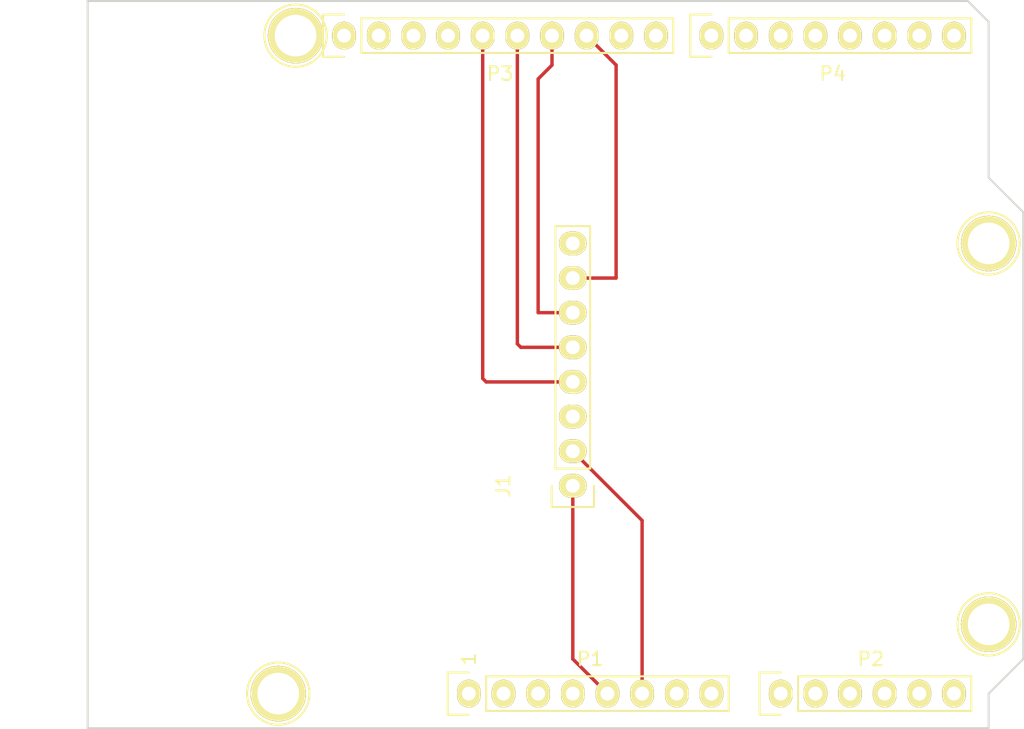
<source format=kicad_pcb>
(kicad_pcb (version 20211014) (generator pcbnew)
  (title_block (date "lun. 30 mars 2015"))
  (layers (0 "F.Cu" signal) (31 "B.Cu" signal) (34 "B.Paste" user) (35 "F.Paste" user) (36 "B.SilkS" user "B.Silkscreen") (37 "F.SilkS" user "F.Silkscreen") (38 "B.Mask" user) (39 "F.Mask" user) (44 "Edge.Cuts" user))
  (net 0 "")
  (net 1 "/IOREF")
  (net 2 "/Reset")
  (net 3 "+5V")
  (net 4 "GND")
  (net 5 "/Vin")
  (net 6 "/A0")
  (net 7 "/A1")
  (net 8 "/A2")
  (net 9 "/A3")
  (net 10 "/AREF")
  (net 11 "/A4(SDA)")
  (net 12 "/A5(SCL)")
  (net 13 "/9(**)")
  (net 14 "/8")
  (net 15 "/7")
  (net 16 "/6(**)")
  (net 17 "/5(**)")
  (net 18 "/4")
  (net 19 "/3(**)")
  (net 20 "/2")
  (net 21 "/1(Tx)")
  (net 22 "/0(Rx)")
  (net 24 "/11(**{slash}MOSI)")
  (net 25 "/10(**{slash}SS)")
  (net 27 "/13(SCK)")
  (net 30 "+3V3")
  (net 31 "/12(MISO)")
  (footprint "Socket_Arduino_Uno:Socket_Strip_Arduino_1x08" (layer "F.Cu") (at 138.938 123.825)
    (fp_text reference "P1" (at 8.89 -2.54) (layer "F.SilkS"))
    (fp_text value "Power")
    (fp_line (start 19.05 1.27) (end 19.05 -1.27) (layer "F.SilkS") (width 0.15))
    (fp_line (start 1.27 1.27) (end 19.05 1.27) (layer "F.SilkS") (width 0.15))
    (fp_line (start 19.05 -1.27) (end 1.27 -1.27) (layer "F.SilkS") (width 0.15))
    (fp_line (start 0 -1.55) (end -1.55 -1.55) (layer "F.SilkS") (width 0.15))
    (fp_line (start -1.55 -1.55) (end -1.55 1.55) (layer "F.SilkS") (width 0.15))
    (fp_line (start -1.55 1.55) (end 0 1.55) (layer "F.SilkS") (width 0.15))
    (fp_line (start 1.27 1.27) (end 1.27 -1.27) (layer "F.SilkS") (width 0.15))
    (pad "1" thru_hole oval locked (at 0 0) (size 1.7272 2.032) (drill 1.016) (layers *.Cu *.Mask "F.SilkS"))
    (pad "2" thru_hole oval locked (at 2.54 0) (size 1.7272 2.032) (drill 1.016) (layers *.Cu *.Mask "F.SilkS") (net 1 "/IOREF"))
    (pad "3" thru_hole oval locked (at 5.08 0) (size 1.7272 2.032) (drill 1.016) (layers *.Cu *.Mask "F.SilkS") (net 2 "/Reset"))
    (pad "4" thru_hole oval locked (at 7.62 0) (size 1.7272 2.032) (drill 1.016) (layers *.Cu *.Mask "F.SilkS") (net 30 "+3V3"))
    (pad "5" thru_hole oval locked (at 10.16 0) (size 1.7272 2.032) (drill 1.016) (layers *.Cu *.Mask "F.SilkS") (net 3 "+5V"))
    (pad "6" thru_hole oval locked (at 12.7 0) (size 1.7272 2.032) (drill 1.016) (layers *.Cu *.Mask "F.SilkS") (net 4 "GND"))
    (pad "7" thru_hole oval locked (at 15.24 0) (size 1.7272 2.032) (drill 1.016) (layers *.Cu *.Mask "F.SilkS") (net 4 "GND"))
    (pad "8" thru_hole oval locked (at 17.78 0) (size 1.7272 2.032) (drill 1.016) (layers *.Cu *.Mask "F.SilkS") (net 5 "/Vin"))
  )
  (footprint "Socket_Arduino_Uno:Socket_Strip_Arduino_1x06" (layer "F.Cu") (at 161.798 123.825)
    (fp_text reference "P2" (at 6.604 -2.54) (layer "F.SilkS"))
    (fp_text value "Analog")
    (fp_line (start 1.27 1.27) (end 1.27 -1.27) (layer "F.SilkS") (width 0.15))
    (fp_line (start 0 -1.55) (end -1.55 -1.55) (layer "F.SilkS") (width 0.15))
    (fp_line (start 13.97 -1.27) (end 1.27 -1.27) (layer "F.SilkS") (width 0.15))
    (fp_line (start 1.27 1.27) (end 13.97 1.27) (layer "F.SilkS") (width 0.15))
    (fp_line (start 13.97 1.27) (end 13.97 -1.27) (layer "F.SilkS") (width 0.15))
    (fp_line (start -1.55 -1.55) (end -1.55 1.55) (layer "F.SilkS") (width 0.15))
    (fp_line (start -1.55 1.55) (end 0 1.55) (layer "F.SilkS") (width 0.15))
    (pad "1" thru_hole oval locked (at 0 0) (size 1.7272 2.032) (drill 1.016) (layers *.Cu *.Mask "F.SilkS") (net 6 "/A0"))
    (pad "2" thru_hole oval locked (at 2.54 0) (size 1.7272 2.032) (drill 1.016) (layers *.Cu *.Mask "F.SilkS") (net 7 "/A1"))
    (pad "3" thru_hole oval locked (at 5.08 0) (size 1.7272 2.032) (drill 1.016) (layers *.Cu *.Mask "F.SilkS") (net 8 "/A2"))
    (pad "4" thru_hole oval locked (at 7.62 0) (size 1.7272 2.032) (drill 1.016) (layers *.Cu *.Mask "F.SilkS") (net 9 "/A3"))
    (pad "5" thru_hole oval locked (at 10.16 0) (size 1.7272 2.032) (drill 1.016) (layers *.Cu *.Mask "F.SilkS") (net 11 "/A4(SDA)"))
    (pad "6" thru_hole oval locked (at 12.7 0) (size 1.7272 2.032) (drill 1.016) (layers *.Cu *.Mask "F.SilkS") (net 12 "/A5(SCL)"))
  )
  (footprint "Socket_Arduino_Uno:Socket_Strip_Arduino_1x10" (layer "F.Cu") (at 129.794 75.565)
    (fp_text reference "P3" (at 11.43 2.794) (layer "F.SilkS"))
    (fp_text value "Digital")
    (fp_line (start -1.55 -1.55) (end -1.55 1.55) (layer "F.SilkS") (width 0.15))
    (fp_line (start 1.27 1.27) (end 24.13 1.27) (layer "F.SilkS") (width 0.15))
    (fp_line (start 24.13 1.27) (end 24.13 -1.27) (layer "F.SilkS") (width 0.15))
    (fp_line (start 24.13 -1.27) (end 1.27 -1.27) (layer "F.SilkS") (width 0.15))
    (fp_line (start 0 -1.55) (end -1.55 -1.55) (layer "F.SilkS") (width 0.15))
    (fp_line (start -1.55 1.55) (end 0 1.55) (layer "F.SilkS") (width 0.15))
    (fp_line (start 1.27 1.27) (end 1.27 -1.27) (layer "F.SilkS") (width 0.15))
    (pad "1" thru_hole oval locked (at 0 0) (size 1.7272 2.032) (drill 1.016) (layers *.Cu *.Mask "F.SilkS") (net 12 "/A5(SCL)"))
    (pad "2" thru_hole oval locked (at 2.54 0) (size 1.7272 2.032) (drill 1.016) (layers *.Cu *.Mask "F.SilkS") (net 11 "/A4(SDA)"))
    (pad "3" thru_hole oval locked (at 5.08 0) (size 1.7272 2.032) (drill 1.016) (layers *.Cu *.Mask "F.SilkS") (net 10 "/AREF"))
    (pad "4" thru_hole oval locked (at 7.62 0) (size 1.7272 2.032) (drill 1.016) (layers *.Cu *.Mask "F.SilkS") (net 4 "GND"))
    (pad "5" thru_hole oval locked (at 10.16 0) (size 1.7272 2.032) (drill 1.016) (layers *.Cu *.Mask "F.SilkS") (net 27 "/13(SCK)"))
    (pad "6" thru_hole oval locked (at 12.7 0) (size 1.7272 2.032) (drill 1.016) (layers *.Cu *.Mask "F.SilkS") (net 31 "/12(MISO)"))
    (pad "7" thru_hole oval locked (at 15.24 0) (size 1.7272 2.032) (drill 1.016) (layers *.Cu *.Mask "F.SilkS") (net 24 "/11(**{slash}MOSI)"))
    (pad "8" thru_hole oval locked (at 17.78 0) (size 1.7272 2.032) (drill 1.016) (layers *.Cu *.Mask "F.SilkS") (net 25 "/10(**{slash}SS)"))
    (pad "9" thru_hole oval locked (at 20.32 0) (size 1.7272 2.032) (drill 1.016) (layers *.Cu *.Mask "F.SilkS") (net 13 "/9(**)"))
    (pad "10" thru_hole oval locked (at 22.86 0) (size 1.7272 2.032) (drill 1.016) (layers *.Cu *.Mask "F.SilkS") (net 14 "/8"))
  )
  (footprint "Socket_Arduino_Uno:Socket_Strip_Arduino_1x08" (layer "F.Cu") (at 156.718 75.565)
    (fp_text reference "P4" (at 8.89 2.794) (layer "F.SilkS"))
    (fp_text value "Digital")
    (fp_line (start 19.05 -1.27) (end 1.27 -1.27) (layer "F.SilkS") (width 0.15))
    (fp_line (start -1.55 1.55) (end 0 1.55) (layer "F.SilkS") (width 0.15))
    (fp_line (start 1.27 1.27) (end 19.05 1.27) (layer "F.SilkS") (width 0.15))
    (fp_line (start 1.27 1.27) (end 1.27 -1.27) (layer "F.SilkS") (width 0.15))
    (fp_line (start 0 -1.55) (end -1.55 -1.55) (layer "F.SilkS") (width 0.15))
    (fp_line (start 19.05 1.27) (end 19.05 -1.27) (layer "F.SilkS") (width 0.15))
    (fp_line (start -1.55 -1.55) (end -1.55 1.55) (layer "F.SilkS") (width 0.15))
    (pad "1" thru_hole oval locked (at 0 0) (size 1.7272 2.032) (drill 1.016) (layers *.Cu *.Mask "F.SilkS") (net 15 "/7"))
    (pad "2" thru_hole oval locked (at 2.54 0) (size 1.7272 2.032) (drill 1.016) (layers *.Cu *.Mask "F.SilkS") (net 16 "/6(**)"))
    (pad "3" thru_hole oval locked (at 5.08 0) (size 1.7272 2.032) (drill 1.016) (layers *.Cu *.Mask "F.SilkS") (net 17 "/5(**)"))
    (pad "4" thru_hole oval locked (at 7.62 0) (size 1.7272 2.032) (drill 1.016) (layers *.Cu *.Mask "F.SilkS") (net 18 "/4"))
    (pad "5" thru_hole oval locked (at 10.16 0) (size 1.7272 2.032) (drill 1.016) (layers *.Cu *.Mask "F.SilkS") (net 19 "/3(**)"))
    (pad "6" thru_hole oval locked (at 12.7 0) (size 1.7272 2.032) (drill 1.016) (layers *.Cu *.Mask "F.SilkS") (net 20 "/2"))
    (pad "7" thru_hole oval locked (at 15.24 0) (size 1.7272 2.032) (drill 1.016) (layers *.Cu *.Mask "F.SilkS") (net 21 "/1(Tx)"))
    (pad "8" thru_hole oval locked (at 17.78 0) (size 1.7272 2.032) (drill 1.016) (layers *.Cu *.Mask "F.SilkS") (net 22 "/0(Rx)"))
  )
  (footprint "Socket_Arduino_Uno:Arduino_1pin" (layer "F.Cu") (at 124.968 123.825)
    (fp_text reference "P5" hide)
    (fp_text value "CONN_01X01" hide)
    (fp_circle (center 0 0) (end 0 -2.286) (layer "F.SilkS") (width 0.15) (fill none))
    (pad "1" thru_hole circle locked (at 0 0) (size 4.064 4.064) (drill 3.048) (layers *.Cu *.Mask "F.SilkS"))
  )
  (footprint "Socket_Arduino_Uno:Arduino_1pin" (layer "F.Cu") (at 177.038 118.745)
    (fp_text reference "P6" hide)
    (fp_text value "CONN_01X01" hide)
    (fp_circle (center 0 0) (end 0 -2.286) (layer "F.SilkS") (width 0.15) (fill none))
    (pad "1" thru_hole circle locked (at 0 0) (size 4.064 4.064) (drill 3.048) (layers *.Cu *.Mask "F.SilkS"))
  )
  (footprint "Socket_Arduino_Uno:Arduino_1pin" (layer "F.Cu") (at 126.238 75.565)
    (fp_text reference "P7" hide)
    (fp_text value "CONN_01X01" hide)
    (fp_circle (center 0 0) (end 0 -2.286) (layer "F.SilkS") (width 0.15) (fill none))
    (pad "1" thru_hole circle locked (at 0 0) (size 4.064 4.064) (drill 3.048) (layers *.Cu *.Mask "F.SilkS"))
  )
  (footprint "Socket_Arduino_Uno:Arduino_1pin" (layer "F.Cu") (at 177.038 90.805)
    (fp_text reference "P8" hide)
    (fp_text value "CONN_01X01" hide)
    (fp_circle (center 0 0) (end 0 -2.286) (layer "F.SilkS") (width 0.15) (fill none))
    (pad "1" thru_hole circle locked (at 0 0) (size 4.064 4.064) (drill 3.048) (layers *.Cu *.Mask "F.SilkS"))
  )
  (footprint "Socket_Arduino_Uno:Socket_Strip_Arduino_1x08" (layer "F.Cu") (at 146.558 108.585 90)
    (fp_text reference "J1" (at 0 -5.1 90) (layer "F.SilkS"))
    (fp_text value "RTD Breakout Attach")
    (fp_line (start 19.05 -1.27) (end 1.27 -1.27) (layer "F.SilkS") (width 0.15))
    (fp_line (start 0 -1.55) (end -1.55 -1.55) (layer "F.SilkS") (width 0.15))
    (fp_line (start -1.55 1.55) (end 0 1.55) (layer "F.SilkS") (width 0.15))
    (fp_line (start 19.05 1.27) (end 19.05 -1.27) (layer "F.SilkS") (width 0.15))
    (fp_line (start 1.27 1.27) (end 19.05 1.27) (layer "F.SilkS") (width 0.15))
    (fp_line (start 1.27 1.27) (end 1.27 -1.27) (layer "F.SilkS") (width 0.15))
    (fp_line (start -1.55 -1.55) (end -1.55 1.55) (layer "F.SilkS") (width 0.15))
    (pad "1" thru_hole oval locked (at 0 0 90) (size 1.7272 2.032) (drill 1.016) (layers *.Cu *.Mask "F.SilkS") (net 3 "+5V"))
    (pad "2" thru_hole oval locked (at 2.54 0 90) (size 1.7272 2.032) (drill 1.016) (layers *.Cu *.Mask "F.SilkS") (net 4 "GND"))
    (pad "3" thru_hole oval locked (at 5.08 0 90) (size 1.7272 2.032) (drill 1.016) (layers *.Cu *.Mask "F.SilkS"))
    (pad "4" thru_hole oval locked (at 7.62 0 90) (size 1.7272 2.032) (drill 1.016) (layers *.Cu *.Mask "F.SilkS") (net 27 "/13(SCK)"))
    (pad "5" thru_hole oval locked (at 10.16 0 90) (size 1.7272 2.032) (drill 1.016) (layers *.Cu *.Mask "F.SilkS") (net 31 "/12(MISO)"))
    (pad "6" thru_hole oval locked (at 12.7 0 90) (size 1.7272 2.032) (drill 1.016) (layers *.Cu *.Mask "F.SilkS") (net 24 "/11(**{slash}MOSI)"))
    (pad "7" thru_hole oval locked (at 15.24 0 90) (size 1.7272 2.032) (drill 1.016) (layers *.Cu *.Mask "F.SilkS") (net 25 "/10(**{slash}SS)"))
    (pad "8" thru_hole oval locked (at 17.78 0 90) (size 1.7272 2.032) (drill 1.016) (layers *.Cu *.Mask "F.SilkS"))
  )
  (gr_line (start 179.578 88.519) (end 177.038 85.979) (layer "Edge.Cuts") (width 0.15))
  (gr_line (start 177.038 126.365) (end 177.038 123.825) (layer "Edge.Cuts") (width 0.15))
  (gr_line (start 177.038 74.549) (end 175.514 73.025) (layer "Edge.Cuts") (width 0.15))
  (gr_line (start 177.038 123.825) (end 179.578 121.285) (layer "Edge.Cuts") (width 0.15))
  (gr_line (start 110.998 73.025) (end 110.998 126.365) (layer "Edge.Cuts") (width 0.15))
  (gr_line (start 179.578 121.285) (end 179.578 88.519) (layer "Edge.Cuts") (width 0.15))
  (gr_line (start 110.998 126.365) (end 177.038 126.365) (layer "Edge.Cuts") (width 0.15))
  (gr_line (start 175.514 73.025) (end 110.998 73.025) (layer "Edge.Cuts") (width 0.15))
  (gr_line (start 177.038 85.979) (end 177.038 74.549) (layer "Edge.Cuts") (width 0.15))
  (gr_text "1" (at 138.938 121.285 90) (layer "F.SilkS") (effects (font (size 1 1))))
  (segment (start 146.558 121.285) (end 149.098 123.825) (width 0.25) (layer "F.Cu") (net 3))
  (segment (start 146.558 108.585) (end 146.558 121.285) (width 0.25) (layer "F.Cu") (net 3))
  (segment (start 151.638 111.125) (end 151.638 123.825) (width 0.25) (layer "F.Cu") (net 4))
  (segment (start 146.558 106.045) (end 151.638 111.125) (width 0.25) (layer "F.Cu") (net 4))
  (segment (start 144.018 78.74) (end 145.034 77.724) (width 0.25) (layer "F.Cu") (net 24))
  (segment (start 145.034 77.724) (end 145.034 75.565) (width 0.25) (layer "F.Cu") (net 24))
  (segment (start 144.018 95.885) (end 144.018 78.74) (width 0.25) (layer "F.Cu") (net 24))
  (segment (start 146.558 95.885) (end 144.018 95.885) (width 0.25) (layer "F.Cu") (net 24))
  (segment (start 149.733 93.345) (end 149.733 77.724) (width 0.25) (layer "F.Cu") (net 25))
  (segment (start 149.733 77.724) (end 147.574 75.565) (width 0.25) (layer "F.Cu") (net 25))
  (segment (start 146.558 93.345) (end 149.733 93.345) (width 0.25) (layer "F.Cu") (net 25))
  (segment (start 140.208 100.965) (end 139.954 100.711) (width 0.25) (layer "F.Cu") (net 27))
  (segment (start 139.954 100.711) (end 139.954 75.565) (width 0.25) (layer "F.Cu") (net 27))
  (segment (start 146.558 100.965) (end 140.208 100.965) (width 0.25) (layer "F.Cu") (net 27))
  (segment (start 146.558 98.425) (end 142.748 98.425) (width 0.25) (layer "F.Cu") (net 31))
  (segment (start 142.748 98.425) (end 142.494 98.171) (width 0.25) (layer "F.Cu") (net 31))
  (segment (start 142.494 98.171) (end 142.494 75.565) (width 0.25) (layer "F.Cu") (net 31))
)
</source>
